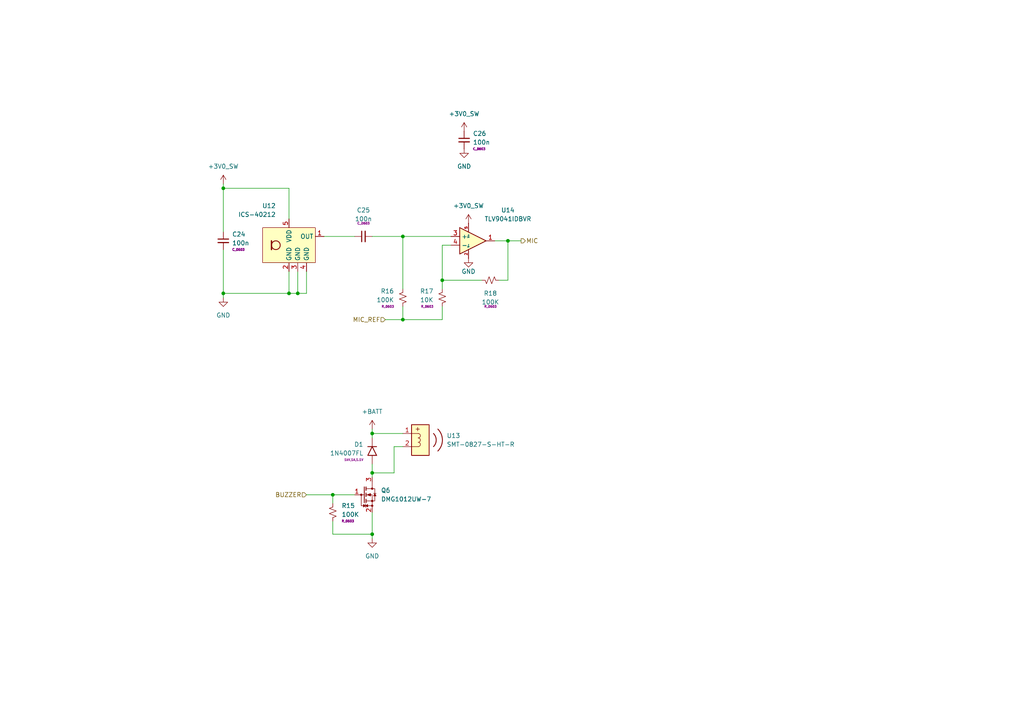
<source format=kicad_sch>
(kicad_sch (version 20250114) (generator "eeschema") (generator_version "9.0")
  (paper "A4")
  (title_block (title "Puzzlebox") (date "2025-12-27") (rev "v1.0") (company "TL Embedded Ltd"))
  (lib_symbols
    (symbol "C_Capacitor:C_0603" (pin_numbers (hide yes)) (pin_names (offset 1.016))
      (property "Reference" "C" (at 3.175 1.905 0))
      (property "Value" "100n" (at 5.08 0 0))
      (property "Size" "C_0603" (at 4.445 -1.905 0))
      (symbol "C_0603_1_1"
        (polyline (pts (xy -1.524 0.508) (xy 1.524 0.508)) (stroke (width 0.3048)))
        (polyline (pts (xy -1.524 -0.508) (xy 1.524 -0.508)) (stroke (width 0.3302)))
        (pin passive line (at 0 2.54 270) (length 2.032) (name "~") (number "1"))
        (pin passive line (at 0 -2.54 90) (length 2.032) (name "~") (number "2"))
      )
    )
    (symbol "D_Diode:1N4007FL" (pin_numbers (hide yes)) (pin_names (offset 1.016) (hide yes))
      (property "Reference" "D" (at -1.27 3.175 0))
      (property "Value" "1N4007FL" (at 0 -2.54 0))
      (property "Params" "1kV,1A,1.1V" (at 0 -4.318 0))
      (symbol "1N4007FL_1_1"
        (polyline (pts (xy -1.27 1.27) (xy -1.27 -1.27)) (stroke (width 0.254)))
        (polyline (pts (xy 1.27 1.27) (xy 1.27 -1.27) (xy -1.27 0) (xy 1.27 1.27)) (stroke (width 0.254)))
        (pin passive line (at -3.81 0 0) (length 2.54) (name "~") (number "1"))
        (pin passive line (at 3.81 0 180) (length 2.54) (name "~") (number "2"))
      )
    )
    (symbol "Q_MOSFET:DMG1012UW-7" (pin_names (offset 0) (hide yes))
      (property "Reference" "Q" (at 2.286 1.524 0))
      (property "Value" "DMG1012UW-7" (at 2.286 -0.508 0))
      (symbol "DMG1012UW-7_0_1"
        (polyline (pts (xy -3.81 0) (xy -2.286 0)))
        (circle (center -3.175 0) (radius 0.254) (fill (type outline)))
        (polyline (pts (xy -2.286 -2.286) (xy -2.286 2.286)) (stroke (width 0.254)))
        (polyline (pts (xy -1.778 2.286) (xy -1.778 1.27)) (stroke (width 0.254)))
        (polyline (pts (xy -1.778 1.778) (xy 0.762 1.778) (xy 0.762 -1.778) (xy -1.778 -1.778)))
        (polyline (pts (xy -1.778 0.508) (xy -1.778 -0.508)) (stroke (width 0.254)))
        (polyline (pts (xy -1.778 -1.27) (xy -1.778 -2.286)) (stroke (width 0.254)))
        (polyline (pts (xy -1.778 -3.683) (xy -1.905 -3.556) (xy -1.905 -2.794) (xy -2.032 -2.667)))
        (polyline (pts (xy -1.4732 0) (xy -0.4572 -0.381) (xy -0.4572 0.381) (xy -1.4732 0)) (fill (type outline)))
        (polyline (pts (xy 0 3.81) (xy 0 1.778)))
        (circle (center 0 1.778) (radius 0.254) (fill (type outline)))
        (circle (center 0 -1.778) (radius 0.254) (fill (type outline)))
        (polyline (pts (xy 0 -3.175) (xy -3.175 -3.175) (xy -3.175 0)))
        (circle (center 0 -3.175) (radius 0.254) (fill (type outline)))
        (polyline (pts (xy 0 -3.81) (xy 0 0) (xy -1.778 0)))
        (polyline (pts (xy 1.143 0.381) (xy 0.381 0.381)))
      )
      (symbol "DMG1012UW-7_1_1"
        (polyline (pts (xy -1.905 -3.175) (xy -2.54 -3.556) (xy -2.54 -2.794) (xy -1.905 -3.175)) (fill (type outline)))
        (polyline (pts (xy -1.905 -3.175) (xy -1.27 -2.794) (xy -1.27 -3.556) (xy -1.905 -3.175)) (fill (type outline)))
        (polyline (pts (xy 0.762 0.3048) (xy 1.143 -0.3302) (xy 0.381 -0.3302) (xy 0.762 0.3048)) (fill (type outline)))
        (pin input line (at -5.08 0 0) (length 1.27) (name "G") (number "1"))
        (pin passive line (at 0 5.08 270) (length 1.27) (name "D") (number "3"))
        (pin passive line (at 0 -5.08 90) (length 1.27) (name "S") (number "2"))
      )
    )
    (symbol "R_Resistor:R_0603" (pin_numbers (hide yes)) (pin_names (offset 1.016))
      (property "Reference" "R" (at 2.54 1.905 0))
      (property "Value" "10K" (at 3.81 0 0))
      (property "Size" "R_0603" (at 3.81 -1.905 0))
      (symbol "R_0603_1_1"
        (polyline (pts (xy 0 1.524) (xy 1.016 1.143) (xy 0 0.762) (xy -1.016 0.381) (xy 0 0)))
        (polyline (pts (xy 0 0) (xy 1.016 -0.381) (xy 0 -0.762) (xy -1.016 -1.143) (xy 0 -1.524)))
        (pin passive line (at 0 2.54 270) (length 1.016) (name "~") (number "1"))
        (pin passive line (at 0 -2.54 90) (length 1.016) (name "~") (number "2"))
      )
    )
    (symbol "U_Basic:TLV9041IDBVR"
      (property "Reference" "U" (at 5.08 6.35 0))
      (property "Value" "TLV9041IDBVR" (at 11.43 3.81 0))
      (symbol "TLV9041IDBVR_0_1"
        (polyline (pts (xy -2.54 3.81) (xy -2.54 -3.81) (xy 5.08 0) (xy -2.54 3.81)) (stroke (width 0.254)) (fill (type background)))
      )
      (symbol "TLV9041IDBVR_1_1"
        (pin input line (at -5.08 1.27 0) (length 2.54) (name "+") (number "3"))
        (pin input line (at -5.08 -1.27 0) (length 2.54) (name "-") (number "4"))
        (pin power_in line (at 0 5.08 270) (length 2.54) (name "V+") (number "5"))
        (pin power_in line (at 0 -5.08 90) (length 2.54) (name "V-") (number "2"))
        (pin output line (at 7.62 0 180) (length 2.54) (name "~") (number "1"))
      )
    )
    (symbol "U_Transducer:ICS-40212"
      (property "Reference" "U" (at 0.762 11.43 0))
      (property "Value" "ICS-40212" (at 0 -1.524 0))
      (symbol "ICS-40212_1_1"
        (rectangle (start 0 10.16) (end 15.24 0) (fill (type background)))
        (polyline (pts (xy 2.54 6.35) (xy 2.54 3.81)) (stroke (width 0.381)))
        (circle (center 3.81 5.08) (radius 1.27) (stroke (width 0.254)))
        (pin power_in line (at 7.62 12.7 270) (length 2.54) (name "VDD") (number "5"))
        (pin power_in line (at 7.62 -2.54 90) (length 2.54) (name "GND") (number "2"))
        (pin power_in line (at 10.16 -2.54 90) (length 2.54) (name "GND") (number "3"))
        (pin power_in line (at 12.7 -2.54 90) (length 2.54) (name "GND") (number "4"))
        (pin output line (at 17.78 7.62 180) (length 2.54) (name "OUT") (number "1"))
      )
    )
    (symbol "U_Transducer:SMT-0827-S-HT-R"
      (property "Reference" "U" (at 0.762 11.684 0))
      (property "Value" "SMT-0827-S-HT-R" (at 1.27 -4.318 0))
      (symbol "SMT-0827-S-HT-R_0_0"
        (polyline (pts (xy 0 6.35) (xy 1.905 6.35)))
        (polyline (pts (xy 1.27 7.62) (xy 2.286 7.62)))
        (polyline (pts (xy 1.778 8.128) (xy 1.778 7.112)))
        (polyline (pts (xy 1.905 2.54) (xy 0 2.54)))
      )
      (symbol "SMT-0827-S-HT-R_0_1"
        (arc (start 1.905 6.35) (mid 2.54 5.715) (end 1.905 5.08))
        (arc (start 1.905 5.08) (mid 2.54 4.445) (end 1.905 3.81))
        (arc (start 1.905 3.81) (mid 2.54 3.175) (end 1.905 2.54))
      )
      (symbol "SMT-0827-S-HT-R_1_0"
        (rectangle (start 0 8.89) (end 5.08 0) (stroke (width 0.254)) (fill (type background)))
      )
      (symbol "SMT-0827-S-HT-R_1_1"
        (arc (start 6.35 6.35) (mid 7.1391 4.445) (end 6.35 2.54) (stroke (width 0.254)))
        (arc (start 7.62 7.62) (mid 8.9351 4.445) (end 7.62 1.27) (stroke (width 0.254)))
        (pin input line (at -2.54 6.35 0) (length 2.54) (name "~") (number "1"))
        (pin input line (at -2.54 2.54 0) (length 2.54) (name "~") (number "2"))
        (pin no_connect line (at 2.54 -2.54 90) (length 2.54) (hide yes) (name "~") (number "S"))
      )
    )
    (symbol "power:+BATT" (power) (pin_numbers (hide yes)) (pin_names (offset 0) (hide yes))
      (property "Value" "+BATT" (at 0 3.556 0))
      (symbol "+BATT_0_1"
        (polyline (pts (xy -0.762 1.27) (xy 0 2.54)))
        (polyline (pts (xy 0 2.54) (xy 0.762 1.27)))
        (polyline (pts (xy 0 0) (xy 0 2.54)))
      )
      (symbol "+BATT_1_1"
        (pin power_in line (at 0 0 90) (length 0) (name "~") (number "1"))
      )
    )
    (symbol "power:GND" (power) (pin_numbers (hide yes)) (pin_names (offset 0) (hide yes))
      (property "Value" "GND" (at 0 -3.81 0))
      (symbol "GND_0_1"
        (polyline (pts (xy 0 0) (xy 0 -1.27) (xy 1.27 -1.27) (xy 0 -2.54) (xy -1.27 -1.27) (xy 0 -1.27)))
      )
      (symbol "GND_1_1"
        (pin power_in line (at 0 0 270) (length 0) (name "~") (number "1"))
      )
    )
    (symbol "power:VDD" (power) (pin_numbers (hide yes)) (pin_names (offset 0) (hide yes))
      (property "Value" "VDD" (at 0 3.556 0))
      (symbol "VDD_0_1"
        (polyline (pts (xy -0.762 1.27) (xy 0 2.54)))
        (polyline (pts (xy 0 2.54) (xy 0.762 1.27)))
        (polyline (pts (xy 0 0) (xy 0 2.54)))
      )
      (symbol "VDD_1_1"
        (pin power_in line (at 0 0 90) (length 0) (name "~") (number "1"))
      )
    )
  )
  (junction (at 128.27 81.28))
  (junction (at 147.32 69.85))
  (junction (at 116.84 92.71))
  (junction (at 96.52 143.51))
  (junction (at 83.82 85.09))
  (junction (at 107.95 125.73))
  (junction (at 86.36 85.09))
  (junction (at 64.77 85.09))
  (junction (at 116.84 68.58))
  (junction (at 107.95 154.94))
  (junction (at 107.95 137.16))
  (junction (at 64.77 54.61))
  (wire (pts (xy 107.95 125.73) (xy 107.95 127)))
  (wire (pts (xy 83.82 85.09) (xy 86.36 85.09)))
  (wire (pts (xy 86.36 85.09) (xy 88.9 85.09)))
  (wire (pts (xy 64.77 54.61) (xy 83.82 54.61)))
  (wire (pts (xy 64.77 86.36) (xy 64.77 85.09)))
  (wire (pts (xy 128.27 81.28) (xy 128.27 83.82)))
  (wire (pts (xy 111.76 92.71) (xy 116.84 92.71)))
  (wire (pts (xy 143.51 69.85) (xy 147.32 69.85)))
  (wire (pts (xy 83.82 85.09) (xy 64.77 85.09)))
  (wire (pts (xy 93.98 68.58) (xy 102.87 68.58)))
  (wire (pts (xy 107.95 154.94) (xy 107.95 156.21)))
  (wire (pts (xy 83.82 78.74) (xy 83.82 85.09)))
  (wire (pts (xy 96.52 151.13) (xy 96.52 154.94)))
  (wire (pts (xy 144.78 81.28) (xy 147.32 81.28)))
  (wire (pts (xy 96.52 143.51) (xy 102.87 143.51)))
  (wire (pts (xy 107.95 124.46) (xy 107.95 125.73)))
  (wire (pts (xy 64.77 54.61) (xy 64.77 67.31)))
  (wire (pts (xy 116.84 92.71) (xy 128.27 92.71)))
  (wire (pts (xy 128.27 71.12) (xy 128.27 81.28)))
  (wire (pts (xy 116.84 129.54) (xy 114.3 129.54)))
  (wire (pts (xy 96.52 146.05) (xy 96.52 143.51)))
  (wire (pts (xy 88.9 78.74) (xy 88.9 85.09)))
  (wire (pts (xy 107.95 134.62) (xy 107.95 137.16)))
  (wire (pts (xy 114.3 137.16) (xy 107.95 137.16)))
  (wire (pts (xy 116.84 68.58) (xy 130.81 68.58)))
  (wire (pts (xy 107.95 137.16) (xy 107.95 138.43)))
  (wire (pts (xy 128.27 81.28) (xy 139.7 81.28)))
  (wire (pts (xy 86.36 78.74) (xy 86.36 85.09)))
  (wire (pts (xy 116.84 68.58) (xy 107.95 68.58)))
  (wire (pts (xy 128.27 71.12) (xy 130.81 71.12)))
  (wire (pts (xy 116.84 88.9) (xy 116.84 92.71)))
  (wire (pts (xy 88.9 143.51) (xy 96.52 143.51)))
  (wire (pts (xy 107.95 148.59) (xy 107.95 154.94)))
  (wire (pts (xy 147.32 69.85) (xy 151.13 69.85)))
  (wire (pts (xy 114.3 129.54) (xy 114.3 137.16)))
  (wire (pts (xy 64.77 53.34) (xy 64.77 54.61)))
  (wire (pts (xy 116.84 68.58) (xy 116.84 83.82)))
  (wire (pts (xy 147.32 69.85) (xy 147.32 81.28)))
  (wire (pts (xy 128.27 88.9) (xy 128.27 92.71)))
  (wire (pts (xy 107.95 125.73) (xy 116.84 125.73)))
  (wire (pts (xy 83.82 54.61) (xy 83.82 63.5)))
  (wire (pts (xy 96.52 154.94) (xy 107.95 154.94)))
  (wire (pts (xy 64.77 85.09) (xy 64.77 72.39)))
  (hierarchical_label "BUZZER" (shape input) (at 88.9 143.51 180))
  (hierarchical_label "MIC" (shape output) (at 151.13 69.85 0))
  (hierarchical_label "MIC_REF" (shape input) (at 111.76 92.71 180))
  (symbol (lib_id "power:VDD") (at 135.89 64.77 0) (unit 1)
    (property "Reference" "#PWR053" (effects (hide yes)))
    (property "Value" "+3V0_SW" (at 135.89 59.69 0))
    (property "Description" "Power symbol creates a global label with name \"+3V0_SW\"" (effects (hide yes)))
  )
  (symbol (lib_id "R_Resistor:R_0603") (at 142.24 81.28 90) (mirror x) (unit 1)
    (property "Reference" "R18" (at 142.24 85.09 90))
    (property "Value" "100K" (at 142.24 87.63 90))
    (property "Footprint" "R_Resistor:R_0603" (effects (hide yes)))
    (property "Size" "R_0603" (at 142.24 88.9 90) (effects (font (size 0.635 0.635))))
  )
  (symbol (lib_id "D_Diode:1N4007FL") (at 107.95 130.81 270) (unit 1)
    (property "Reference" "D1" (at 105.41 128.9049 90) (effects (justify right)))
    (property "Value" "1N4007FL" (at 105.41 131.4449 90) (effects (justify right)))
    (property "Footprint" "D_Diode:D_SOD_123" (effects (hide yes)))
    (property "Datasheet" "https://www.smc-diodes.com/propdf/1N4001FL-1N4007FL%20N1646%20REV.A.pdf" (effects (hide yes)))
    (property "Description" "DIODE GEN PURP 1KV 1A SOD123FL" (effects (hide yes)))
    (property "Params" "1kV,1A,1.1V" (at 105.41 133.35 90) (effects (font (size 0.635 0.635)) (justify right)))
  )
  (symbol (lib_id "power:GND") (at 135.89 74.93 0) (unit 1)
    (property "Reference" "#PWR054" (effects (hide yes)))
    (property "Value" "GND" (at 135.89 78.74 0))
    (property "Description" "Power symbol creates a global label with name \"GND\" , ground" (effects (hide yes)))
  )
  (symbol (lib_id "C_Capacitor:C_0603") (at 64.77 69.85 0) (unit 1)
    (property "Reference" "C24" (at 67.31 67.9512 0) (effects (justify left)))
    (property "Value" "100n" (at 67.31 70.4912 0) (effects (justify left)))
    (property "Footprint" "C_Capacitor:C_0603" (effects (hide yes)))
    (property "Size" "C_0603" (at 67.31 72.3963 0) (effects (font (size 0.635 0.635)) (justify left)))
  )
  (symbol (lib_id "power:VDD") (at 134.62 38.1 0) (unit 1)
    (property "Reference" "#PWR051" (effects (hide yes)))
    (property "Value" "+3V0_SW" (at 134.62 33.02 0))
    (property "Description" "Power symbol creates a global label with name \"+3V0_SW\"" (effects (hide yes)))
  )
  (symbol (lib_id "power:GND") (at 134.62 43.18 0) (unit 1)
    (property "Reference" "#PWR052" (effects (hide yes)))
    (property "Value" "GND" (at 134.62 48.26 0))
    (property "Description" "Power symbol creates a global label with name \"GND\" , ground" (effects (hide yes)))
  )
  (symbol (lib_id "U_Transducer:SMT-0827-S-HT-R") (at 119.38 132.08 0) (unit 1)
    (property "Reference" "U13" (at 129.54 126.3649 0) (effects (justify left)))
    (property "Value" "SMT-0827-S-HT-R" (at 129.54 128.9049 0) (effects (justify left)))
    (property "Footprint" "U_Transducer:SMT_0827_S_HT_R" (effects (hide yes)))
    (property "Datasheet" "https://api.puiaudio.com/filename/SMT-0827-S-HT-R.PDF" (effects (hide yes)))
    (property "Description" "BUZZER MAGNETIC 3.6V 0.3X0.3 SMD" (effects (hide yes)))
  )
  (symbol (lib_id "power:+BATT") (at 107.95 124.46 0) (unit 1)
    (property "Reference" "#PWR049" (effects (hide yes)))
    (property "Value" "+BATT" (at 107.95 119.38 0))
    (property "Description" "Power symbol creates a global label with name \"+BATT\"" (effects (hide yes)))
  )
  (symbol (lib_id "C_Capacitor:C_0603") (at 105.41 68.58 90) (unit 1)
    (property "Reference" "C25" (at 105.4163 60.96 90))
    (property "Value" "100n" (at 105.4163 63.5 90))
    (property "Footprint" "C_Capacitor:C_0603" (effects (hide yes)))
    (property "Size" "C_0603" (at 105.4163 64.77 90) (effects (font (size 0.635 0.635))))
  )
  (symbol (lib_id "power:GND") (at 64.77 86.36 0) (unit 1)
    (property "Reference" "#PWR048" (effects (hide yes)))
    (property "Value" "GND" (at 64.77 91.44 0))
    (property "Description" "Power symbol creates a global label with name \"GND\" , ground" (effects (hide yes)))
  )
  (symbol (lib_id "R_Resistor:R_0603") (at 128.27 86.36 0) (mirror x) (unit 1)
    (property "Reference" "R17" (at 125.73 84.4549 0) (effects (justify right)))
    (property "Value" "10K" (at 125.73 86.9949 0) (effects (justify right)))
    (property "Footprint" "R_Resistor:R_0603" (effects (hide yes)))
    (property "Size" "R_0603" (at 125.73 88.9 0) (effects (font (size 0.635 0.635)) (justify right)))
  )
  (symbol (lib_id "R_Resistor:R_0603") (at 96.52 148.59 0) (mirror y) (unit 1)
    (property "Reference" "R15" (at 99.06 146.6849 0) (effects (justify right)))
    (property "Value" "100K" (at 99.06 149.2249 0) (effects (justify right)))
    (property "Footprint" "R_Resistor:R_0603" (effects (hide yes)))
    (property "Size" "R_0603" (at 99.06 151.13 0) (effects (font (size 0.635 0.635)) (justify right)))
  )
  (symbol (lib_id "C_Capacitor:C_0603") (at 134.62 40.64 0) (unit 1)
    (property "Reference" "C26" (at 137.16 38.7412 0) (effects (justify left)))
    (property "Value" "100n" (at 137.16 41.2812 0) (effects (justify left)))
    (property "Footprint" "C_Capacitor:C_0603" (effects (hide yes)))
    (property "Size" "C_0603" (at 137.16 43.1863 0) (effects (font (size 0.635 0.635)) (justify left)))
  )
  (symbol (lib_id "R_Resistor:R_0603") (at 116.84 86.36 0) (mirror y) (unit 1)
    (property "Reference" "R16" (at 114.3 84.4549 0) (effects (justify left)))
    (property "Value" "100K" (at 114.3 86.9949 0) (effects (justify left)))
    (property "Footprint" "R_Resistor:R_0603" (effects (hide yes)))
    (property "Size" "R_0603" (at 114.3 88.9 0) (effects (font (size 0.635 0.635)) (justify left)))
  )
  (symbol (lib_id "Q_MOSFET:DMG1012UW-7") (at 107.95 143.51 0) (unit 1)
    (property "Reference" "Q6" (at 110.49 142.2399 0) (effects (justify left)))
    (property "Value" "DMG1012UW-7" (at 110.49 144.7799 0) (effects (justify left)))
    (property "Footprint" "U_IC:SC70-3" (effects (hide yes)))
    (property "Datasheet" "https://www.diodes.com/assets/Datasheets/DMG1012UW.pdf" (effects (hide yes)))
    (property "Description" "MOSFET N-CH 20V 1A SOT323" (effects (hide yes)))
  )
  (symbol (lib_id "U_Basic:TLV9041IDBVR") (at 135.89 69.85 0) (unit 1)
    (property "Reference" "U14" (at 147.32 60.96 0))
    (property "Value" "TLV9041IDBVR" (at 147.32 63.5 0))
    (property "Footprint" "U_IC:SOT23_5" (effects (hide yes)))
    (property "Datasheet" "https://www.ti.com/lit/ds/symlink/tlv9041.pdf?ts=1642851306310" (effects (hide yes)))
    (property "Description" "IC OPAMP GP 1 CIRCUIT SOT23-5" (effects (hide yes)))
  )
  (symbol (lib_id "U_Transducer:ICS-40212") (at 76.2 76.2 0) (unit 1)
    (property "Reference" "U12" (at 80.01 59.69 0) (effects (justify right)))
    (property "Value" "ICS-40212" (at 80.01 62.23 0) (effects (justify right)))
    (property "Footprint" "U_Module:ICS-40212" (effects (hide yes)))
    (property "Datasheet" "https://invensense.tdk.com/download-pdf/ics-40212-datasheet/" (effects (hide yes)))
    (property "Description" "MIC MEMS ANALOG OMNI -38DB" (effects (hide yes)))
  )
  (symbol (lib_id "power:VDD") (at 64.77 53.34 0) (unit 1)
    (property "Reference" "#PWR047" (effects (hide yes)))
    (property "Value" "+3V0_SW" (at 64.77 48.26 0))
    (property "Description" "Power symbol creates a global label with name \"+3V0_SW\"" (effects (hide yes)))
  )
  (symbol (lib_id "power:GND") (at 107.95 156.21 0) (unit 1)
    (property "Reference" "#PWR050" (effects (hide yes)))
    (property "Value" "GND" (at 107.95 161.29 0))
    (property "Description" "Power symbol creates a global label with name \"GND\" , ground" (effects (hide yes)))
  )
)
</source>
